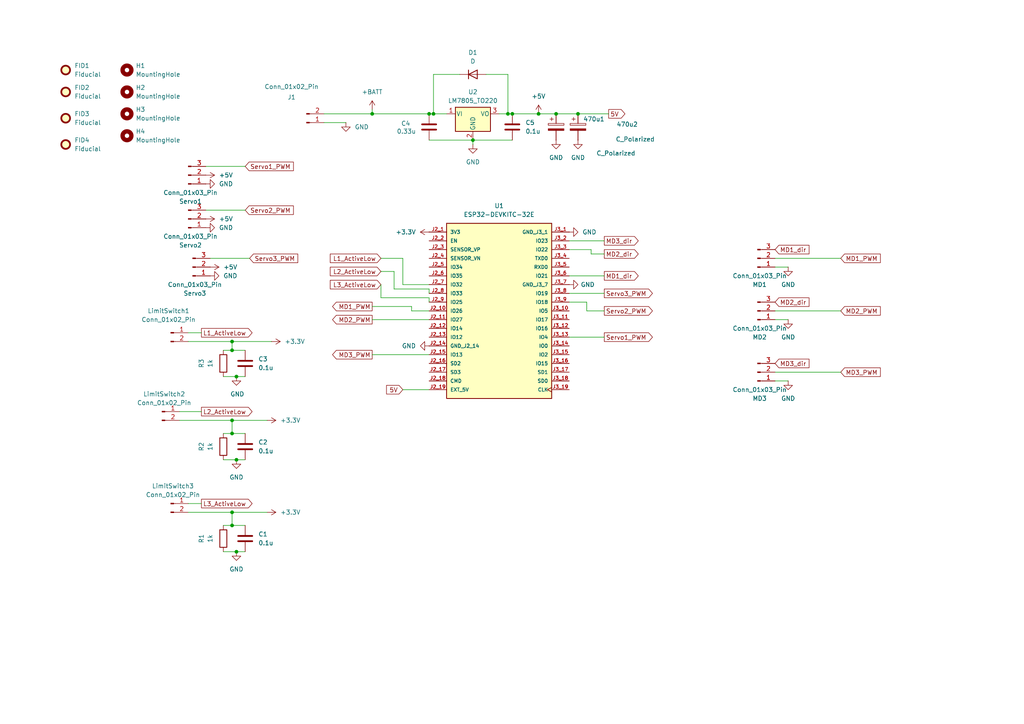
<source format=kicad_sch>
(kicad_sch (version 20231120) (generator "eeschema") (generator_version "8.0")
  (paper "A4")
  (lib_symbols
    (symbol "Connector:Conn_01x02_Pin" (pin_names (offset 1.016) hide)
      (property "Reference" "J" (at 0 2.54 0))
      (property "Value" "Conn_01x02_Pin" (at 0 -5.08 0))
      (symbol "Conn_01x02_Pin_1_1"
        (polyline (pts (xy 1.27 -2.54) (xy 0.8636 -2.54)) (stroke (width 0.1524)))
        (polyline (pts (xy 1.27 0) (xy 0.8636 0)) (stroke (width 0.1524)))
        (rectangle (start 0.8636 -2.413) (end 0 -2.667) (stroke (width 0.1524)) (fill (type outline)))
        (rectangle (start 0.8636 0.127) (end 0 -0.127) (stroke (width 0.1524)) (fill (type outline)))
        (pin passive line (at 5.08 0 180) (length 3.81) (name "Pin_1") (number "1"))
        (pin passive line (at 5.08 -2.54 180) (length 3.81) (name "Pin_2") (number "2"))
      )
    )
    (symbol "Connector:Conn_01x03_Pin" (pin_names (offset 1.016) hide)
      (property "Reference" "J" (at 0 5.08 0))
      (property "Value" "Conn_01x03_Pin" (at 0 -5.08 0))
      (symbol "Conn_01x03_Pin_1_1"
        (polyline (pts (xy 1.27 -2.54) (xy 0.8636 -2.54)) (stroke (width 0.1524)))
        (polyline (pts (xy 1.27 0) (xy 0.8636 0)) (stroke (width 0.1524)))
        (polyline (pts (xy 1.27 2.54) (xy 0.8636 2.54)) (stroke (width 0.1524)))
        (rectangle (start 0.8636 -2.413) (end 0 -2.667) (stroke (width 0.1524)) (fill (type outline)))
        (rectangle (start 0.8636 0.127) (end 0 -0.127) (stroke (width 0.1524)) (fill (type outline)))
        (rectangle (start 0.8636 2.667) (end 0 2.413) (stroke (width 0.1524)) (fill (type outline)))
        (pin passive line (at 5.08 2.54 180) (length 3.81) (name "Pin_1") (number "1"))
        (pin passive line (at 5.08 0 180) (length 3.81) (name "Pin_2") (number "2"))
        (pin passive line (at 5.08 -2.54 180) (length 3.81) (name "Pin_3") (number "3"))
      )
    )
    (symbol "Device:C" (pin_numbers hide) (pin_names (offset 0.254))
      (property "Reference" "C" (at 0.635 2.54 0))
      (property "Value" "C" (at 0.635 -2.54 0))
      (symbol "C_0_1"
        (polyline (pts (xy -2.032 -0.762) (xy 2.032 -0.762)) (stroke (width 0.508)))
        (polyline (pts (xy -2.032 0.762) (xy 2.032 0.762)) (stroke (width 0.508)))
      )
      (symbol "C_1_1"
        (pin passive line (at 0 3.81 270) (length 2.794) (name "~") (number "1"))
        (pin passive line (at 0 -3.81 90) (length 2.794) (name "~") (number "2"))
      )
    )
    (symbol "Device:C_Polarized" (pin_numbers hide) (pin_names (offset 0.254))
      (property "Reference" "C" (at 0.635 2.54 0))
      (property "Value" "C_Polarized" (at 0.635 -2.54 0))
      (symbol "C_Polarized_0_1"
        (rectangle (start -2.286 0.508) (end 2.286 1.016))
        (polyline (pts (xy -1.778 2.286) (xy -0.762 2.286)))
        (polyline (pts (xy -1.27 2.794) (xy -1.27 1.778)))
        (rectangle (start 2.286 -0.508) (end -2.286 -1.016) (fill (type outline)))
      )
      (symbol "C_Polarized_1_1"
        (pin passive line (at 0 3.81 270) (length 2.794) (name "~") (number "1"))
        (pin passive line (at 0 -3.81 90) (length 2.794) (name "~") (number "2"))
      )
    )
    (symbol "Device:D" (pin_numbers hide) (pin_names (offset 1.016) hide)
      (property "Reference" "D" (at 0 2.54 0))
      (property "Value" "D" (at 0 -2.54 0))
      (symbol "D_0_1"
        (polyline (pts (xy -1.27 1.27) (xy -1.27 -1.27)) (stroke (width 0.254)))
        (polyline (pts (xy 1.27 0) (xy -1.27 0)))
        (polyline (pts (xy 1.27 1.27) (xy 1.27 -1.27) (xy -1.27 0) (xy 1.27 1.27)) (stroke (width 0.254)))
      )
      (symbol "D_1_1"
        (pin passive line (at -3.81 0 0) (length 2.54) (name "K") (number "1"))
        (pin passive line (at 3.81 0 180) (length 2.54) (name "A") (number "2"))
      )
    )
    (symbol "Device:R" (pin_numbers hide) (pin_names (offset 0))
      (property "Reference" "R" (at 2.032 0 90))
      (property "Value" "R" (at 0 0 90))
      (symbol "R_0_1"
        (rectangle (start -1.016 -2.54) (end 1.016 2.54) (stroke (width 0.254)))
      )
      (symbol "R_1_1"
        (pin passive line (at 0 3.81 270) (length 1.27) (name "~") (number "1"))
        (pin passive line (at 0 -3.81 90) (length 1.27) (name "~") (number "2"))
      )
    )
    (symbol "ESP32-DEVKITC-32E:ESP32-DEVKITC-32E" (pin_names (offset 1.016))
      (property "Reference" "U" (at -15.24 26.162 0))
      (property "Value" "ESP32-DEVKITC-32E" (at -15.24 -27.94 0))
      (symbol "ESP32-DEVKITC-32E_0_0"
        (rectangle (start -15.24 -25.4) (end 15.24 25.4) (stroke (width 0.254)) (fill (type background)))
        (pin power_in line (at -20.32 22.86 0) (length 5.08) (name "3V3") (number "J2_1"))
        (pin bidirectional line (at -20.32 0 0) (length 5.08) (name "IO26") (number "J2_10"))
        (pin bidirectional line (at -20.32 -2.54 0) (length 5.08) (name "IO27") (number "J2_11"))
        (pin bidirectional line (at -20.32 -5.08 0) (length 5.08) (name "IO14") (number "J2_12"))
        (pin bidirectional line (at -20.32 -7.62 0) (length 5.08) (name "IO12") (number "J2_13"))
        (pin power_in line (at -20.32 -10.16 0) (length 5.08) (name "GND_J2_14") (number "J2_14"))
        (pin bidirectional line (at -20.32 -12.7 0) (length 5.08) (name "IO13") (number "J2_15"))
        (pin bidirectional line (at -20.32 -15.24 0) (length 5.08) (name "SD2") (number "J2_16"))
        (pin bidirectional line (at -20.32 -17.78 0) (length 5.08) (name "SD3") (number "J2_17"))
        (pin bidirectional line (at -20.32 -20.32 0) (length 5.08) (name "CMD") (number "J2_18"))
        (pin power_in line (at -20.32 -22.86 0) (length 5.08) (name "EXT_5V") (number "J2_19"))
        (pin input line (at -20.32 20.32 0) (length 5.08) (name "EN") (number "J2_2"))
        (pin bidirectional line (at -20.32 17.78 0) (length 5.08) (name "SENSOR_VP") (number "J2_3"))
        (pin bidirectional line (at -20.32 15.24 0) (length 5.08) (name "SENSOR_VN") (number "J2_4"))
        (pin bidirectional line (at -20.32 12.7 0) (length 5.08) (name "IO34") (number "J2_5"))
        (pin bidirectional line (at -20.32 10.16 0) (length 5.08) (name "IO35") (number "J2_6"))
        (pin bidirectional line (at -20.32 7.62 0) (length 5.08) (name "IO32") (number "J2_7"))
        (pin bidirectional line (at -20.32 5.08 0) (length 5.08) (name "IO33") (number "J2_8"))
        (pin bidirectional line (at -20.32 2.54 0) (length 5.08) (name "IO25") (number "J2_9"))
        (pin power_in line (at 20.32 22.86 180) (length 5.08) (name "GND_J3_1") (number "J3_1"))
        (pin bidirectional line (at 20.32 0 180) (length 5.08) (name "IO5") (number "J3_10"))
        (pin bidirectional line (at 20.32 -2.54 180) (length 5.08) (name "IO17") (number "J3_11"))
        (pin bidirectional line (at 20.32 -5.08 180) (length 5.08) (name "IO16") (number "J3_12"))
        (pin bidirectional line (at 20.32 -7.62 180) (length 5.08) (name "IO4") (number "J3_13"))
        (pin bidirectional line (at 20.32 -10.16 180) (length 5.08) (name "IO0") (number "J3_14"))
        (pin bidirectional line (at 20.32 -12.7 180) (length 5.08) (name "IO2") (number "J3_15"))
        (pin bidirectional line (at 20.32 -15.24 180) (length 5.08) (name "IO15") (number "J3_16"))
        (pin bidirectional line (at 20.32 -17.78 180) (length 5.08) (name "SD1") (number "J3_17"))
        (pin bidirectional line (at 20.32 -20.32 180) (length 5.08) (name "SD0") (number "J3_18"))
        (pin bidirectional clock (at 20.32 -22.86 180) (length 5.08) (name "CLK") (number "J3_19"))
        (pin bidirectional line (at 20.32 20.32 180) (length 5.08) (name "IO23") (number "J3_2"))
        (pin bidirectional line (at 20.32 17.78 180) (length 5.08) (name "IO22") (number "J3_3"))
        (pin bidirectional line (at 20.32 15.24 180) (length 5.08) (name "TXD0") (number "J3_4"))
        (pin bidirectional line (at 20.32 12.7 180) (length 5.08) (name "RXD0") (number "J3_5"))
        (pin bidirectional line (at 20.32 10.16 180) (length 5.08) (name "IO21") (number "J3_6"))
        (pin power_in line (at 20.32 7.62 180) (length 5.08) (name "GND_J3_7") (number "J3_7"))
        (pin bidirectional line (at 20.32 5.08 180) (length 5.08) (name "IO19") (number "J3_8"))
        (pin bidirectional line (at 20.32 2.54 180) (length 5.08) (name "IO18") (number "J3_9"))
      )
    )
    (symbol "Mechanical:Fiducial"
      (property "Reference" "FID" (at 0 5.08 0))
      (property "Value" "Fiducial" (at 0 3.175 0))
      (symbol "Fiducial_0_1"
        (circle (center 0 0) (radius 1.27) (stroke (width 0.508)) (fill (type background)))
      )
    )
    (symbol "Mechanical:MountingHole" (pin_names (offset 1.016))
      (property "Reference" "H" (at 0 5.08 0))
      (property "Value" "MountingHole" (at 0 3.175 0))
      (symbol "MountingHole_0_1"
        (circle (center 0 0) (radius 1.27) (stroke (width 1.27)))
      )
    )
    (symbol "Regulator_Linear:LM7805_TO220" (pin_names (offset 0.254))
      (property "Reference" "U" (at -3.81 3.175 0))
      (property "Value" "LM7805_TO220" (at 0 3.175 0))
      (symbol "LM7805_TO220_0_1"
        (rectangle (start -5.08 1.905) (end 5.08 -5.08) (stroke (width 0.254)) (fill (type background)))
      )
      (symbol "LM7805_TO220_1_1"
        (pin power_in line (at -7.62 0 0) (length 2.54) (name "VI") (number "1"))
        (pin power_in line (at 0 -7.62 90) (length 2.54) (name "GND") (number "2"))
        (pin power_out line (at 7.62 0 180) (length 2.54) (name "VO") (number "3"))
      )
    )
    (symbol "power:+3.3V" (power) (pin_numbers hide) (pin_names (offset 0) hide)
      (property "Value" "+3.3V" (at 0 3.556 0))
      (symbol "+3.3V_0_1"
        (polyline (pts (xy -0.762 1.27) (xy 0 2.54)))
        (polyline (pts (xy 0 0) (xy 0 2.54)))
        (polyline (pts (xy 0 2.54) (xy 0.762 1.27)))
      )
      (symbol "+3.3V_1_1"
        (pin power_in line (at 0 0 90) (length 0) (name "~") (number "1"))
      )
    )
    (symbol "power:+5V" (power) (pin_numbers hide) (pin_names (offset 0) hide)
      (property "Value" "+5V" (at 0 3.556 0))
      (symbol "+5V_0_1"
        (polyline (pts (xy -0.762 1.27) (xy 0 2.54)))
        (polyline (pts (xy 0 0) (xy 0 2.54)))
        (polyline (pts (xy 0 2.54) (xy 0.762 1.27)))
      )
      (symbol "+5V_1_1"
        (pin power_in line (at 0 0 90) (length 0) (name "~") (number "1"))
      )
    )
    (symbol "power:+BATT" (power) (pin_numbers hide) (pin_names (offset 0) hide)
      (property "Value" "+BATT" (at 0 3.556 0))
      (symbol "+BATT_0_1"
        (polyline (pts (xy -0.762 1.27) (xy 0 2.54)))
        (polyline (pts (xy 0 0) (xy 0 2.54)))
        (polyline (pts (xy 0 2.54) (xy 0.762 1.27)))
      )
      (symbol "+BATT_1_1"
        (pin power_in line (at 0 0 90) (length 0) (name "~") (number "1"))
      )
    )
    (symbol "power:GND" (power) (pin_numbers hide) (pin_names (offset 0) hide)
      (property "Value" "GND" (at 0 -3.81 0))
      (symbol "GND_0_1"
        (polyline (pts (xy 0 0) (xy 0 -1.27) (xy 1.27 -1.27) (xy 0 -2.54) (xy -1.27 -1.27) (xy 0 -1.27)))
      )
      (symbol "GND_1_1"
        (pin power_in line (at 0 0 270) (length 0) (name "~") (number "1"))
      )
    )
  )
  (junction (at 156.21 33.02))
  (junction (at 161.29 33.02))
  (junction (at 68.58 133.35))
  (junction (at 125.73 33.02))
  (junction (at 137.16 40.64))
  (junction (at 124.46 33.02))
  (junction (at 67.31 121.92))
  (junction (at 68.58 160.02))
  (junction (at 67.31 125.73))
  (junction (at 67.31 152.4))
  (junction (at 107.95 33.02))
  (junction (at 67.31 148.59))
  (junction (at 148.59 33.02))
  (junction (at 67.31 99.06))
  (junction (at 67.31 101.6))
  (junction (at 147.32 33.02))
  (junction (at 68.58 109.22))
  (junction (at 167.64 33.02))
  (wire (pts (xy 124.46 83.82) (xy 124.46 85.09)))
  (wire (pts (xy 110.49 82.55) (xy 110.49 86.36)))
  (wire (pts (xy 147.32 33.02) (xy 144.78 33.02)))
  (wire (pts (xy 161.29 33.02) (xy 167.64 33.02)))
  (wire (pts (xy 243.84 90.17) (xy 224.79 90.17)))
  (wire (pts (xy 107.95 88.9) (xy 119.38 88.9)))
  (wire (pts (xy 71.12 48.26) (xy 59.69 48.26)))
  (wire (pts (xy 175.26 80.01) (xy 165.1 80.01)))
  (wire (pts (xy 175.26 73.66) (xy 171.45 73.66)))
  (wire (pts (xy 124.46 40.64) (xy 137.16 40.64)))
  (wire (pts (xy 52.07 121.92) (xy 67.31 121.92)))
  (wire (pts (xy 54.61 146.05) (xy 58.42 146.05)))
  (wire (pts (xy 64.77 109.22) (xy 68.58 109.22)))
  (wire (pts (xy 147.32 21.59) (xy 147.32 33.02)))
  (wire (pts (xy 175.26 90.17) (xy 170.18 90.17)))
  (wire (pts (xy 54.61 99.06) (xy 67.31 99.06)))
  (wire (pts (xy 67.31 125.73) (xy 71.12 125.73)))
  (wire (pts (xy 161.29 33.02) (xy 156.21 33.02)))
  (wire (pts (xy 148.59 33.02) (xy 147.32 33.02)))
  (wire (pts (xy 107.95 92.71) (xy 124.46 92.71)))
  (wire (pts (xy 54.61 148.59) (xy 67.31 148.59)))
  (wire (pts (xy 64.77 152.4) (xy 67.31 152.4)))
  (wire (pts (xy 68.58 109.22) (xy 71.12 109.22)))
  (wire (pts (xy 64.77 125.73) (xy 67.31 125.73)))
  (wire (pts (xy 228.6 110.49) (xy 224.79 110.49)))
  (wire (pts (xy 64.77 160.02) (xy 68.58 160.02)))
  (wire (pts (xy 67.31 121.92) (xy 67.31 125.73)))
  (wire (pts (xy 58.42 119.38) (xy 52.07 119.38)))
  (wire (pts (xy 119.38 88.9) (xy 119.38 90.17)))
  (wire (pts (xy 171.45 73.66) (xy 171.45 72.39)))
  (wire (pts (xy 71.12 60.96) (xy 59.69 60.96)))
  (wire (pts (xy 148.59 33.02) (xy 156.21 33.02)))
  (wire (pts (xy 140.97 21.59) (xy 147.32 21.59)))
  (wire (pts (xy 93.98 33.02) (xy 107.95 33.02)))
  (wire (pts (xy 124.46 33.02) (xy 125.73 33.02)))
  (wire (pts (xy 165.1 85.09) (xy 175.26 85.09)))
  (wire (pts (xy 171.45 72.39) (xy 165.1 72.39)))
  (wire (pts (xy 68.58 133.35) (xy 71.12 133.35)))
  (wire (pts (xy 243.84 107.95) (xy 224.79 107.95)))
  (wire (pts (xy 170.18 90.17) (xy 170.18 87.63)))
  (wire (pts (xy 58.42 96.52) (xy 54.61 96.52)))
  (wire (pts (xy 67.31 148.59) (xy 67.31 152.4)))
  (wire (pts (xy 77.47 121.92) (xy 67.31 121.92)))
  (wire (pts (xy 116.84 82.55) (xy 124.46 82.55)))
  (wire (pts (xy 110.49 74.93) (xy 116.84 74.93)))
  (wire (pts (xy 67.31 101.6) (xy 71.12 101.6)))
  (wire (pts (xy 125.73 33.02) (xy 129.54 33.02)))
  (wire (pts (xy 116.84 74.93) (xy 116.84 82.55)))
  (wire (pts (xy 64.77 101.6) (xy 67.31 101.6)))
  (wire (pts (xy 67.31 99.06) (xy 78.74 99.06)))
  (wire (pts (xy 137.16 41.91) (xy 137.16 40.64)))
  (wire (pts (xy 175.26 97.79) (xy 165.1 97.79)))
  (wire (pts (xy 125.73 21.59) (xy 125.73 33.02)))
  (wire (pts (xy 119.38 90.17) (xy 124.46 90.17)))
  (wire (pts (xy 114.3 83.82) (xy 124.46 83.82)))
  (wire (pts (xy 67.31 99.06) (xy 67.31 101.6)))
  (wire (pts (xy 137.16 40.64) (xy 148.59 40.64)))
  (wire (pts (xy 110.49 78.74) (xy 114.3 78.74)))
  (wire (pts (xy 72.39 74.93) (xy 60.96 74.93)))
  (wire (pts (xy 93.98 35.56) (xy 100.33 35.56)))
  (wire (pts (xy 228.6 92.71) (xy 224.79 92.71)))
  (wire (pts (xy 133.35 21.59) (xy 125.73 21.59)))
  (wire (pts (xy 107.95 33.02) (xy 124.46 33.02)))
  (wire (pts (xy 243.84 74.93) (xy 224.79 74.93)))
  (wire (pts (xy 107.95 31.75) (xy 107.95 33.02)))
  (wire (pts (xy 165.1 69.85) (xy 175.26 69.85)))
  (wire (pts (xy 228.6 77.47) (xy 224.79 77.47)))
  (wire (pts (xy 107.95 102.87) (xy 124.46 102.87)))
  (wire (pts (xy 67.31 152.4) (xy 71.12 152.4)))
  (wire (pts (xy 68.58 160.02) (xy 71.12 160.02)))
  (wire (pts (xy 110.49 86.36) (xy 124.46 86.36)))
  (wire (pts (xy 116.84 113.03) (xy 124.46 113.03)))
  (wire (pts (xy 170.18 87.63) (xy 165.1 87.63)))
  (wire (pts (xy 64.77 133.35) (xy 68.58 133.35)))
  (wire (pts (xy 176.53 33.02) (xy 167.64 33.02)))
  (wire (pts (xy 67.31 148.59) (xy 77.47 148.59)))
  (wire (pts (xy 114.3 78.74) (xy 114.3 83.82)))
  (wire (pts (xy 124.46 86.36) (xy 124.46 87.63)))
  (global_label "L3_ActiveLow" (shape output) (at 58.42 146.05 0) (property "Intersheetrefs" "${INTERSHEET_REFS}" (effects (hide yes))))
  (global_label "MD1_dir" (shape output) (at 175.26 80.01 0) (property "Intersheetrefs" "${INTERSHEET_REFS}" (effects (hide yes))))
  (global_label "L1_ActiveLow" (shape output) (at 58.42 96.52 0) (property "Intersheetrefs" "${INTERSHEET_REFS}" (effects (hide yes))))
  (global_label "MD2_PWM" (shape input) (at 243.84 90.17 0) (property "Intersheetrefs" "${INTERSHEET_REFS}" (effects (hide yes))))
  (global_label "Servo2_PWM" (shape input) (at 71.12 60.96 0) (property "Intersheetrefs" "${INTERSHEET_REFS}" (effects (hide yes))))
  (global_label "5V" (shape input) (at 116.84 113.03 180) (property "Intersheetrefs" "${INTERSHEET_REFS}" (effects (hide yes))))
  (global_label "MD2_PWM" (shape output) (at 107.95 92.71 180) (property "Intersheetrefs" "${INTERSHEET_REFS}" (effects (hide yes))))
  (global_label "L2_ActiveLow" (shape input) (at 110.49 78.74 180) (property "Intersheetrefs" "${INTERSHEET_REFS}" (effects (hide yes))))
  (global_label "MD3_dir" (shape output) (at 175.26 69.85 0) (property "Intersheetrefs" "${INTERSHEET_REFS}" (effects (hide yes))))
  (global_label "L1_ActiveLow" (shape input) (at 110.49 74.93 180) (property "Intersheetrefs" "${INTERSHEET_REFS}" (effects (hide yes))))
  (global_label "Servo1_PWM" (shape output) (at 175.26 97.79 0) (property "Intersheetrefs" "${INTERSHEET_REFS}" (effects (hide yes))))
  (global_label "Servo3_PWM" (shape output) (at 175.26 85.09 0) (property "Intersheetrefs" "${INTERSHEET_REFS}" (effects (hide yes))))
  (global_label "L3_ActiveLow" (shape input) (at 110.49 82.55 180) (property "Intersheetrefs" "${INTERSHEET_REFS}" (effects (hide yes))))
  (global_label "MD1_PWM" (shape input) (at 243.84 74.93 0) (property "Intersheetrefs" "${INTERSHEET_REFS}" (effects (hide yes))))
  (global_label "MD3_PWM" (shape output) (at 107.95 102.87 180) (property "Intersheetrefs" "${INTERSHEET_REFS}" (effects (hide yes))))
  (global_label "MD3_dir" (shape input) (at 224.79 105.41 0) (property "Intersheetrefs" "${INTERSHEET_REFS}" (effects (hide yes))))
  (global_label "MD2_dir" (shape output) (at 175.26 73.66 0) (property "Intersheetrefs" "${INTERSHEET_REFS}" (effects (hide yes))))
  (global_label "MD2_dir" (shape input) (at 224.79 87.63 0) (property "Intersheetrefs" "${INTERSHEET_REFS}" (effects (hide yes))))
  (global_label "Servo1_PWM" (shape input) (at 71.12 48.26 0) (property "Intersheetrefs" "${INTERSHEET_REFS}" (effects (hide yes))))
  (global_label "L2_ActiveLow" (shape output) (at 58.42 119.38 0) (property "Intersheetrefs" "${INTERSHEET_REFS}" (effects (hide yes))))
  (global_label "Servo3_PWM" (shape input) (at 72.39 74.93 0) (property "Intersheetrefs" "${INTERSHEET_REFS}" (effects (hide yes))))
  (global_label "5V" (shape output) (at 176.53 33.02 0) (property "Intersheetrefs" "${INTERSHEET_REFS}" (effects (hide yes))))
  (global_label "MD1_dir" (shape input) (at 224.79 72.39 0) (property "Intersheetrefs" "${INTERSHEET_REFS}" (effects (hide yes))))
  (global_label "MD3_PWM" (shape input) (at 243.84 107.95 0) (property "Intersheetrefs" "${INTERSHEET_REFS}" (effects (hide yes))))
  (global_label "Servo2_PWM" (shape output) (at 175.26 90.17 0) (property "Intersheetrefs" "${INTERSHEET_REFS}" (effects (hide yes))))
  (global_label "MD1_PWM" (shape output) (at 107.95 88.9 180) (property "Intersheetrefs" "${INTERSHEET_REFS}" (effects (hide yes))))
  (symbol (lib_id "Connector:Conn_01x03_Pin") (at 219.71 107.95 0) (mirror x) (unit 1)
    (property "Reference" "MD3" (at 220.345 115.57 0))
    (property "Value" "Conn_01x03_Pin" (at 220.345 113.03 0))
    (property "Footprint" "Connector_JST:JST_XH_S3B-XH-A-1_1x03_P2.50mm_Horizontal" (effects (hide yes)))
    (property "Description" "Generic connector, single row, 01x03, script generated" (effects (hide yes)))
  )
  (symbol (lib_id "Connector:Conn_01x02_Pin") (at 49.53 96.52 0) (unit 1)
    (property "Reference" "LimitSwitch1" (at 48.895 90.17 0))
    (property "Value" "Conn_01x02_Pin" (at 48.895 92.71 0))
    (property "Footprint" "Connector_JST:JST_XH_B2B-XH-A_1x02_P2.50mm_Vertical" (effects (hide yes)))
    (property "Description" "Generic connector, single row, 01x02, script generated" (effects (hide yes)))
  )
  (symbol (lib_id "Mechanical:MountingHole") (at 36.83 26.67 0) (unit 1)
    (property "Reference" "H2" (at 39.37 25.3999 0) (effects (justify left)))
    (property "Value" "MountingHole" (at 39.37 27.9399 0) (effects (justify left)))
    (property "Footprint" "MountingHole:MountingHole_2.1mm" (effects (hide yes)))
    (property "Description" "Mounting Hole without connection" (effects (hide yes)))
  )
  (symbol (lib_id "power:GND") (at 68.58 109.22 0) (unit 1)
    (property "Reference" "#PWR017" (effects (hide yes)))
    (property "Value" "GND" (at 68.834 114.3 0))
    (property "Description" "Power symbol creates a global label with name \"GND\" , ground" (effects (hide yes)))
  )
  (symbol (lib_id "Connector:Conn_01x02_Pin") (at 88.9 35.56 0) (mirror x) (unit 1)
    (property "Reference" "J1" (at 84.582 28.194 0))
    (property "Value" "Conn_01x02_Pin" (at 84.582 25.146 0))
    (property "Footprint" "Connector_AMASS:AMASS_XT30U-F_1x02_P5.0mm_Vertical" (effects (hide yes)))
    (property "Description" "Generic connector, single row, 01x02, script generated" (effects (hide yes)))
  )
  (symbol (lib_id "power:GND") (at 59.69 66.04 90) (unit 1)
    (property "Reference" "#PWR011" (effects (hide yes)))
    (property "Value" "GND" (at 63.5 66.0399 90) (effects (justify right)))
    (property "Description" "Power symbol creates a global label with name \"GND\" , ground" (effects (hide yes)))
  )
  (symbol (lib_id "Connector:Conn_01x03_Pin") (at 54.61 50.8 0) (mirror x) (unit 1)
    (property "Reference" "Servo1" (at 55.245 58.42 0))
    (property "Value" "Conn_01x03_Pin" (at 55.245 55.88 0))
    (property "Footprint" "Connector_JST:JST_XH_S3B-XH-A-1_1x03_P2.50mm_Horizontal" (effects (hide yes)))
    (property "Description" "Generic connector, single row, 01x03, script generated" (effects (hide yes)))
  )
  (symbol (lib_id "power:+3.3V") (at 77.47 121.92 270) (unit 1)
    (property "Reference" "#PWR016" (effects (hide yes)))
    (property "Value" "+3.3V" (at 81.28 121.9199 90) (effects (justify left)))
    (property "Description" "Power symbol creates a global label with name \"+3.3V\"" (effects (hide yes)))
  )
  (symbol (lib_id "Connector:Conn_01x02_Pin") (at 46.99 119.38 0) (unit 1)
    (property "Reference" "LimitSwitch2" (at 47.625 114.3 0))
    (property "Value" "Conn_01x02_Pin" (at 47.625 116.84 0))
    (property "Footprint" "Connector_JST:JST_XH_B2B-XH-A_1x02_P2.50mm_Vertical" (effects (hide yes)))
    (property "Description" "Generic connector, single row, 01x02, script generated" (effects (hide yes)))
  )
  (symbol (lib_id "Connector:Conn_01x02_Pin") (at 49.53 146.05 0) (unit 1)
    (property "Reference" "LimitSwitch3" (at 50.165 140.97 0))
    (property "Value" "Conn_01x02_Pin" (at 50.165 143.51 0))
    (property "Footprint" "Connector_JST:JST_XH_B2B-XH-A_1x02_P2.50mm_Vertical" (effects (hide yes)))
    (property "Description" "Generic connector, single row, 01x02, script generated" (effects (hide yes)))
  )
  (symbol (lib_id "Connector:Conn_01x03_Pin") (at 219.71 90.17 0) (mirror x) (unit 1)
    (property "Reference" "MD2" (at 220.345 97.79 0))
    (property "Value" "Conn_01x03_Pin" (at 220.345 95.25 0))
    (property "Footprint" "Connector_JST:JST_XH_S3B-XH-A-1_1x03_P2.50mm_Horizontal" (effects (hide yes)))
    (property "Description" "Generic connector, single row, 01x03, script generated" (effects (hide yes)))
  )
  (symbol (lib_id "Device:D") (at 137.16 21.59 0) (unit 1)
    (property "Reference" "D1" (at 137.16 15.24 0))
    (property "Value" "D" (at 137.16 17.78 0))
    (property "Footprint" "Diode_THT:D_A-405_P7.62mm_Horizontal" (effects (hide yes)))
    (property "Description" "Diode" (effects (hide yes)))
    (property "Sim.Device" "D" (effects (hide yes)))
    (property "Sim.Pins" "1=K 2=A" (effects (hide yes)))
  )
  (symbol (lib_id "Device:R") (at 64.77 129.54 0) (mirror y) (unit 1)
    (property "Reference" "R2" (at 58.42 129.54 90))
    (property "Value" "1k" (at 60.96 129.54 90))
    (property "Footprint" "Resistor_THT:R_Axial_DIN0207_L6.3mm_D2.5mm_P10.16mm_Horizontal" (effects (hide yes)))
    (property "Description" "Resistor" (effects (hide yes)))
  )
  (symbol (lib_id "power:+5V") (at 156.21 33.02 0) (unit 1)
    (property "Reference" "#PWR022" (effects (hide yes)))
    (property "Value" "+5V" (at 156.21 27.94 0))
    (property "Description" "Power symbol creates a global label with name \"+5V\"" (effects (hide yes)))
  )
  (symbol (lib_id "Mechanical:MountingHole") (at 36.83 39.37 0) (unit 1)
    (property "Reference" "H4" (at 39.37 38.0999 0) (effects (justify left)))
    (property "Value" "MountingHole" (at 39.37 40.6399 0) (effects (justify left)))
    (property "Footprint" "MountingHole:MountingHole_2.1mm" (effects (hide yes)))
    (property "Description" "Mounting Hole without connection" (effects (hide yes)))
  )
  (symbol (lib_id "power:+BATT") (at 107.95 31.75 0) (unit 1)
    (property "Reference" "#PWR023" (effects (hide yes)))
    (property "Value" "+BATT" (at 107.95 26.67 0))
    (property "Description" "Power symbol creates a global label with name \"+BATT\"" (effects (hide yes)))
  )
  (symbol (lib_id "power:GND") (at 68.58 133.35 0) (unit 1)
    (property "Reference" "#PWR015" (effects (hide yes)))
    (property "Value" "GND" (at 68.58 138.43 0))
    (property "Description" "Power symbol creates a global label with name \"GND\" , ground" (effects (hide yes)))
  )
  (symbol (lib_id "Device:C") (at 148.59 36.83 0) (unit 1)
    (property "Reference" "C5" (at 152.4 35.5599 0) (effects (justify left)))
    (property "Value" "0.1u" (at 152.4 38.0999 0) (effects (justify left)))
    (property "Footprint" "Capacitor_THT:C_Disc_D3.4mm_W2.1mm_P2.50mm" (effects (hide yes)))
    (property "Description" "Unpolarized capacitor" (effects (hide yes)))
  )
  (symbol (lib_id "Device:C_Polarized") (at 161.29 36.83 0) (unit 1)
    (property "Reference" "470u1" (at 169.164 34.544 0) (effects (justify left)))
    (property "Value" "C_Polarized" (at 172.974 44.45 0) (effects (justify left)))
    (property "Footprint" "Capacitor_THT:CP_Radial_Tantal_D8.0mm_P2.50mm" (effects (hide yes)))
    (property "Description" "Polarized capacitor" (effects (hide yes)))
  )
  (symbol (lib_id "Device:R") (at 64.77 156.21 0) (mirror y) (unit 1)
    (property "Reference" "R1" (at 58.42 156.21 90))
    (property "Value" "1k" (at 60.96 156.21 90))
    (property "Footprint" "Resistor_THT:R_Axial_DIN0207_L6.3mm_D2.5mm_P10.16mm_Horizontal" (effects (hide yes)))
    (property "Description" "Resistor" (effects (hide yes)))
  )
  (symbol (lib_id "Device:C") (at 124.46 36.83 0) (unit 1)
    (property "Reference" "C4" (at 116.332 35.814 0) (effects (justify left)))
    (property "Value" "0.33u" (at 115.062 38.1 0) (effects (justify left)))
    (property "Footprint" "Capacitor_THT:C_Disc_D3.4mm_W2.1mm_P2.50mm" (effects (hide yes)))
    (property "Description" "Unpolarized capacitor" (effects (hide yes)))
  )
  (symbol (lib_id "Mechanical:Fiducial") (at 19.05 41.91 0) (unit 1)
    (property "Reference" "FID4" (at 21.59 40.6399 0) (effects (justify left)))
    (property "Value" "Fiducial" (at 21.59 43.1799 0) (effects (justify left)))
    (property "Footprint" "Fiducial:Fiducial_0.5mm_Mask1.5mm" (effects (hide yes)))
    (property "Description" "Fiducial Marker" (effects (hide yes)))
  )
  (symbol (lib_id "power:GND") (at 60.96 80.01 90) (unit 1)
    (property "Reference" "#PWR010" (effects (hide yes)))
    (property "Value" "GND" (at 64.77 80.0099 90) (effects (justify right)))
    (property "Description" "Power symbol creates a global label with name \"GND\" , ground" (effects (hide yes)))
  )
  (symbol (lib_id "power:GND") (at 165.1 82.55 90) (unit 1)
    (property "Reference" "#PWR02" (effects (hide yes)))
    (property "Value" "GND" (at 168.402 82.55 90) (effects (justify right)))
    (property "Description" "Power symbol creates a global label with name \"GND\" , ground" (effects (hide yes)))
  )
  (symbol (lib_id "Mechanical:Fiducial") (at 19.05 20.32 0) (unit 1)
    (property "Reference" "FID1" (at 21.59 19.0499 0) (effects (justify left)))
    (property "Value" "Fiducial" (at 21.59 21.5899 0) (effects (justify left)))
    (property "Footprint" "Fiducial:Fiducial_0.5mm_Mask1.5mm" (effects (hide yes)))
    (property "Description" "Fiducial Marker" (effects (hide yes)))
  )
  (symbol (lib_id "power:GND") (at 68.58 160.02 0) (unit 1)
    (property "Reference" "#PWR013" (effects (hide yes)))
    (property "Value" "GND" (at 68.58 165.1 0))
    (property "Description" "Power symbol creates a global label with name \"GND\" , ground" (effects (hide yes)))
  )
  (symbol (lib_id "Device:C") (at 71.12 129.54 0) (unit 1)
    (property "Reference" "C2" (at 74.93 128.2699 0) (effects (justify left)))
    (property "Value" "0.1u" (at 74.93 130.8099 0) (effects (justify left)))
    (property "Footprint" "Capacitor_THT:C_Disc_D3.4mm_W2.1mm_P2.50mm" (effects (hide yes)))
    (property "Description" "Unpolarized capacitor" (effects (hide yes)))
  )
  (symbol (lib_id "power:GND") (at 228.6 92.71 0) (unit 1)
    (property "Reference" "#PWR05" (effects (hide yes)))
    (property "Value" "GND" (at 228.6 97.79 0))
    (property "Description" "Power symbol creates a global label with name \"GND\" , ground" (effects (hide yes)))
  )
  (symbol (lib_id "Mechanical:Fiducial") (at 19.05 34.29 0) (unit 1)
    (property "Reference" "FID3" (at 21.59 33.0199 0) (effects (justify left)))
    (property "Value" "Fiducial" (at 21.59 35.5599 0) (effects (justify left)))
    (property "Footprint" "Fiducial:Fiducial_0.5mm_Mask1.5mm" (effects (hide yes)))
    (property "Description" "Fiducial Marker" (effects (hide yes)))
  )
  (symbol (lib_id "ESP32-DEVKITC-32E:ESP32-DEVKITC-32E") (at 144.78 90.17 0) (unit 1)
    (property "Reference" "U1" (at 144.78 59.69 0))
    (property "Value" "ESP32-DEVKITC-32E" (at 144.78 62.23 0))
    (property "Footprint" "ESP32-DEVKITC-32E:MODULE_ESP32-DEVKITC-32E" (effects (hide yes)))
    (property "MF" "Espressif Systems" (effects (hide yes)))
    (property "Description_1" "\n- ESP32-WROOM-32E Transceiver; 802.11 b/g/n (Wi-Fi, WiFi, WLAN), Bluetooth® Smart Ready 4.x Dual Mode 2.4GHz Evaluation Board\n" (effects (hide yes)))
    (property "Package" "None" (effects (hide yes)))
    (property "Price" "None" (effects (hide yes)))
    (property "Check_prices" "https://www.snapeda.com/parts/ESP32-DEVKITC-32E/Espressif+Systems/view-part/?ref=eda" (effects (hide yes)))
    (property "STANDARD" "Manufacturer Recommendations" (effects (hide yes)))
    (property "PARTREV" "1.4" (effects (hide yes)))
    (property "SnapEDA_Link" "https://www.snapeda.com/parts/ESP32-DEVKITC-32E/Espressif+Systems/view-part/?ref=snap" (effects (hide yes)))
    (property "MP" "ESP32-DEVKITC-32E" (effects (hide yes)))
    (property "Availability" "In Stock" (effects (hide yes)))
    (property "MANUFACTURER" "Espressif Systems" (effects (hide yes)))
  )
  (symbol (lib_id "Connector:Conn_01x03_Pin") (at 55.88 77.47 0) (mirror x) (unit 1)
    (property "Reference" "Servo3" (at 56.515 85.09 0))
    (property "Value" "Conn_01x03_Pin" (at 56.515 82.55 0))
    (property "Footprint" "Connector_JST:JST_XH_S3B-XH-A-1_1x03_P2.50mm_Horizontal" (effects (hide yes)))
    (property "Description" "Generic connector, single row, 01x03, script generated" (effects (hide yes)))
  )
  (symbol (lib_id "power:+3.3V") (at 78.74 99.06 270) (unit 1)
    (property "Reference" "#PWR018" (effects (hide yes)))
    (property "Value" "+3.3V" (at 82.55 99.0599 90) (effects (justify left)))
    (property "Description" "Power symbol creates a global label with name \"+3.3V\"" (effects (hide yes)))
  )
  (symbol (lib_id "power:GND") (at 124.46 100.33 270) (unit 1)
    (property "Reference" "#PWR03" (effects (hide yes)))
    (property "Value" "GND" (at 120.65 100.3299 90) (effects (justify right)))
    (property "Description" "Power symbol creates a global label with name \"GND\" , ground" (effects (hide yes)))
  )
  (symbol (lib_id "Device:R") (at 64.77 105.41 0) (mirror y) (unit 1)
    (property "Reference" "R3" (at 58.42 105.41 90))
    (property "Value" "1k" (at 60.96 105.41 90))
    (property "Footprint" "Resistor_THT:R_Axial_DIN0207_L6.3mm_D2.5mm_P10.16mm_Horizontal" (effects (hide yes)))
    (property "Description" "Resistor" (effects (hide yes)))
  )
  (symbol (lib_id "power:GND") (at 161.29 40.64 0) (unit 1)
    (property "Reference" "#PWR024" (effects (hide yes)))
    (property "Value" "GND" (at 161.29 45.72 0))
    (property "Description" "Power symbol creates a global label with name \"GND\" , ground" (effects (hide yes)))
  )
  (symbol (lib_id "power:+3.3V") (at 77.47 148.59 270) (unit 1)
    (property "Reference" "#PWR014" (effects (hide yes)))
    (property "Value" "+3.3V" (at 81.28 148.5899 90) (effects (justify left)))
    (property "Description" "Power symbol creates a global label with name \"+3.3V\"" (effects (hide yes)))
  )
  (symbol (lib_id "Device:C") (at 71.12 105.41 0) (unit 1)
    (property "Reference" "C3" (at 74.93 104.1399 0) (effects (justify left)))
    (property "Value" "0.1u" (at 74.93 106.6799 0) (effects (justify left)))
    (property "Footprint" "Capacitor_THT:C_Disc_D3.4mm_W2.1mm_P2.50mm" (effects (hide yes)))
    (property "Description" "Unpolarized capacitor" (effects (hide yes)))
  )
  (symbol (lib_id "Connector:Conn_01x03_Pin") (at 54.61 63.5 0) (mirror x) (unit 1)
    (property "Reference" "Servo2" (at 55.245 71.12 0))
    (property "Value" "Conn_01x03_Pin" (at 55.245 68.58 0))
    (property "Footprint" "Connector_JST:JST_XH_S3B-XH-A-1_1x03_P2.50mm_Horizontal" (effects (hide yes)))
    (property "Description" "Generic connector, single row, 01x03, script generated" (effects (hide yes)))
  )
  (symbol (lib_id "power:GND") (at 59.69 53.34 90) (unit 1)
    (property "Reference" "#PWR012" (effects (hide yes)))
    (property "Value" "GND" (at 63.5 53.3399 90) (effects (justify right)))
    (property "Description" "Power symbol creates a global label with name \"GND\" , ground" (effects (hide yes)))
  )
  (symbol (lib_id "Device:C_Polarized") (at 167.64 36.83 0) (unit 1)
    (property "Reference" "470u2" (at 178.816 36.068 0) (effects (justify left)))
    (property "Value" "C_Polarized" (at 178.562 40.386 0) (effects (justify left)))
    (property "Footprint" "Capacitor_THT:CP_Radial_Tantal_D8.0mm_P2.50mm" (effects (hide yes)))
    (property "Description" "Polarized capacitor" (effects (hide yes)))
  )
  (symbol (lib_id "Mechanical:MountingHole") (at 36.83 20.32 0) (unit 1)
    (property "Reference" "H1" (at 39.37 19.0499 0) (effects (justify left)))
    (property "Value" "MountingHole" (at 39.37 21.5899 0) (effects (justify left)))
    (property "Footprint" "MountingHole:MountingHole_2.1mm" (effects (hide yes)))
    (property "Description" "Mounting Hole without connection" (effects (hide yes)))
  )
  (symbol (lib_id "power:GND") (at 228.6 110.49 0) (unit 1)
    (property "Reference" "#PWR04" (effects (hide yes)))
    (property "Value" "GND" (at 228.6 115.57 0))
    (property "Description" "Power symbol creates a global label with name \"GND\" , ground" (effects (hide yes)))
  )
  (symbol (lib_id "Connector:Conn_01x03_Pin") (at 219.71 74.93 0) (mirror x) (unit 1)
    (property "Reference" "MD1" (at 220.345 82.55 0))
    (property "Value" "Conn_01x03_Pin" (at 220.345 80.01 0))
    (property "Footprint" "Connector_JST:JST_XH_S3B-XH-A-1_1x03_P2.50mm_Horizontal" (effects (hide yes)))
    (property "Description" "Generic connector, single row, 01x03, script generated" (effects (hide yes)))
  )
  (symbol (lib_id "power:GND") (at 100.33 35.56 0) (unit 1)
    (property "Reference" "#PWR019" (effects (hide yes)))
    (property "Value" "GND" (at 102.87 36.8299 0) (effects (justify left)))
    (property "Description" "Power symbol creates a global label with name \"GND\" , ground" (effects (hide yes)))
  )
  (symbol (lib_id "power:GND") (at 165.1 67.31 90) (unit 1)
    (property "Reference" "#PWR01" (effects (hide yes)))
    (property "Value" "GND" (at 168.91 67.3099 90) (effects (justify right)))
    (property "Description" "Power symbol creates a global label with name \"GND\" , ground" (effects (hide yes)))
  )
  (symbol (lib_id "Regulator_Linear:LM7805_TO220") (at 137.16 33.02 0) (unit 1)
    (property "Reference" "U2" (at 137.16 26.67 0))
    (property "Value" "LM7805_TO220" (at 137.16 29.21 0))
    (property "Footprint" "Package_TO_SOT_THT:TO-220F-3_Horizontal_TabDownananasi" (effects (hide yes)))
    (property "Datasheet" "https://www.onsemi.cn/PowerSolutions/document/MC7800-D.PDF" (effects (hide yes)))
    (property "Description" "Positive 1A 35V Linear Regulator, Fixed Output 5V, TO-220" (effects (hide yes)))
  )
  (symbol (lib_id "power:GND") (at 167.64 40.64 0) (unit 1)
    (property "Reference" "#PWR025" (effects (hide yes)))
    (property "Value" "GND" (at 167.64 45.72 0))
    (property "Description" "Power symbol creates a global label with name \"GND\" , ground" (effects (hide yes)))
  )
  (symbol (lib_id "power:+5V") (at 59.69 50.8 270) (unit 1)
    (property "Reference" "#PWR09" (effects (hide yes)))
    (property "Value" "+5V" (at 63.5 50.7999 90) (effects (justify left)))
    (property "Description" "Power symbol creates a global label with name \"+5V\"" (effects (hide yes)))
  )
  (symbol (lib_id "power:GND") (at 228.6 77.47 0) (unit 1)
    (property "Reference" "#PWR06" (effects (hide yes)))
    (property "Value" "GND" (at 228.6 82.55 0))
    (property "Description" "Power symbol creates a global label with name \"GND\" , ground" (effects (hide yes)))
  )
  (symbol (lib_id "Mechanical:Fiducial") (at 19.05 26.67 0) (unit 1)
    (property "Reference" "FID2" (at 21.59 25.3999 0) (effects (justify left)))
    (property "Value" "Fiducial" (at 21.59 27.9399 0) (effects (justify left)))
    (property "Footprint" "Fiducial:Fiducial_0.5mm_Mask1.5mm" (effects (hide yes)))
    (property "Description" "Fiducial Marker" (effects (hide yes)))
  )
  (symbol (lib_id "power:GND") (at 137.16 41.91 0) (unit 1)
    (property "Reference" "#PWR020" (effects (hide yes)))
    (property "Value" "GND" (at 137.16 46.99 0))
    (property "Description" "Power symbol creates a global label with name \"GND\" , ground" (effects (hide yes)))
  )
  (symbol (lib_id "power:+3.3V") (at 124.46 67.31 90) (unit 1)
    (property "Reference" "#PWR021" (effects (hide yes)))
    (property "Value" "+3.3V" (at 120.65 67.3099 90) (effects (justify left)))
    (property "Description" "Power symbol creates a global label with name \"+3.3V\"" (effects (hide yes)))
  )
  (symbol (lib_id "power:+5V") (at 60.96 77.47 270) (unit 1)
    (property "Reference" "#PWR08" (effects (hide yes)))
    (property "Value" "+5V" (at 64.77 77.4699 90) (effects (justify left)))
    (property "Description" "Power symbol creates a global label with name \"+5V\"" (effects (hide yes)))
  )
  (symbol (lib_id "power:+5V") (at 59.69 63.5 270) (unit 1)
    (property "Reference" "#PWR07" (effects (hide yes)))
    (property "Value" "+5V" (at 63.5 63.4999 90) (effects (justify left)))
    (property "Description" "Power symbol creates a global label with name \"+5V\"" (effects (hide yes)))
  )
  (symbol (lib_id "Mechanical:MountingHole") (at 36.83 33.02 0) (unit 1)
    (property "Reference" "H3" (at 39.37 31.7499 0) (effects (justify left)))
    (property "Value" "MountingHole" (at 39.37 34.2899 0) (effects (justify left)))
    (property "Footprint" "MountingHole:MountingHole_2.1mm" (effects (hide yes)))
    (property "Description" "Mounting Hole without connection" (effects (hide yes)))
  )
  (symbol (lib_id "Device:C") (at 71.12 156.21 0) (unit 1)
    (property "Reference" "C1" (at 74.93 154.9399 0) (effects (justify left)))
    (property "Value" "0.1u" (at 74.93 157.4799 0) (effects (justify left)))
    (property "Footprint" "Capacitor_THT:C_Disc_D3.4mm_W2.1mm_P2.50mm" (effects (hide yes)))
    (property "Description" "Unpolarized capacitor" (effects (hide yes)))
  )
)
</source>
